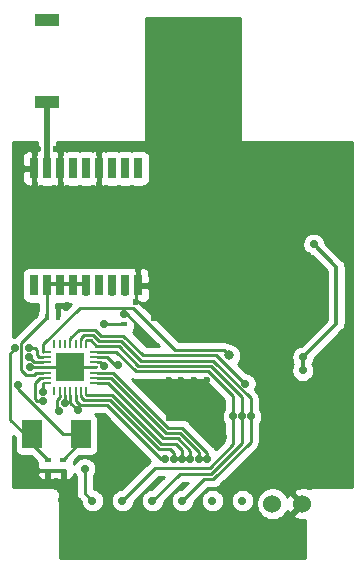
<source format=gbr>
G04 #@! TF.GenerationSoftware,KiCad,Pcbnew,(5.1.6)-1*
G04 #@! TF.CreationDate,2022-09-13T10:15:16+02:00*
G04 #@! TF.ProjectId,LoRa_Balloon,4c6f5261-5f42-4616-9c6c-6f6f6e2e6b69,2*
G04 #@! TF.SameCoordinates,Original*
G04 #@! TF.FileFunction,Copper,L2,Bot*
G04 #@! TF.FilePolarity,Positive*
%FSLAX46Y46*%
G04 Gerber Fmt 4.6, Leading zero omitted, Abs format (unit mm)*
G04 Created by KiCad (PCBNEW (5.1.6)-1) date 2022-09-13 10:15:16*
%MOMM*%
%LPD*%
G01*
G04 APERTURE LIST*
G04 #@! TA.AperFunction,ComponentPad*
%ADD10C,1.524000*%
G04 #@! TD*
G04 #@! TA.AperFunction,ComponentPad*
%ADD11C,0.600000*%
G04 #@! TD*
G04 #@! TA.AperFunction,SMDPad,CuDef*
%ADD12R,0.800000X1.800000*%
G04 #@! TD*
G04 #@! TA.AperFunction,SMDPad,CuDef*
%ADD13R,1.700000X2.400000*%
G04 #@! TD*
G04 #@! TA.AperFunction,SMDPad,CuDef*
%ADD14R,2.000000X1.000000*%
G04 #@! TD*
G04 #@! TA.AperFunction,SMDPad,CuDef*
%ADD15R,2.450000X2.450000*%
G04 #@! TD*
G04 #@! TA.AperFunction,SMDPad,CuDef*
%ADD16O,0.250000X0.800000*%
G04 #@! TD*
G04 #@! TA.AperFunction,SMDPad,CuDef*
%ADD17O,0.800000X0.250000*%
G04 #@! TD*
G04 #@! TA.AperFunction,SMDPad,CuDef*
%ADD18R,0.400000X0.600000*%
G04 #@! TD*
G04 #@! TA.AperFunction,SMDPad,CuDef*
%ADD19R,0.600000X0.400000*%
G04 #@! TD*
G04 #@! TA.AperFunction,ViaPad*
%ADD20C,0.700000*%
G04 #@! TD*
G04 #@! TA.AperFunction,ViaPad*
%ADD21C,0.800000*%
G04 #@! TD*
G04 #@! TA.AperFunction,Conductor*
%ADD22C,0.250000*%
G04 #@! TD*
G04 #@! TA.AperFunction,Conductor*
%ADD23C,0.300000*%
G04 #@! TD*
G04 #@! TA.AperFunction,Conductor*
%ADD24C,0.500000*%
G04 #@! TD*
G04 #@! TA.AperFunction,Conductor*
%ADD25C,0.254000*%
G04 #@! TD*
G04 APERTURE END LIST*
D10*
X125160000Y-142760000D03*
X122620000Y-142760000D03*
D11*
X118520000Y-137080000D03*
X105130000Y-126000000D03*
X123400000Y-134560000D03*
X111100000Y-125690000D03*
X123630000Y-118510000D03*
X121680000Y-119030000D03*
X119440000Y-119490000D03*
X119440000Y-118170000D03*
X120210000Y-116710000D03*
X119420000Y-116070000D03*
X119420000Y-115060000D03*
X116970000Y-115060000D03*
X116050000Y-115470000D03*
X115180000Y-115960000D03*
X114170000Y-115980000D03*
X113170000Y-115980000D03*
X112390000Y-116620000D03*
X112390000Y-117620000D03*
X106220000Y-131940000D03*
X104780000Y-131940000D03*
X106220000Y-130500000D03*
X104780000Y-130500000D03*
X112990000Y-112740000D03*
X101630000Y-112740000D03*
X117180000Y-109110000D03*
X117950000Y-109820000D03*
X118720000Y-110590000D03*
X119050000Y-111650000D03*
X115170000Y-109110000D03*
X115820000Y-110040000D03*
X116620000Y-110840000D03*
D12*
X111230000Y-114370000D03*
X110130000Y-114370000D03*
X109030000Y-114370000D03*
X107930000Y-114370000D03*
X106830000Y-114370000D03*
X105730000Y-114370000D03*
X104630000Y-114370000D03*
X103530000Y-114370000D03*
X102430000Y-114370000D03*
X102430000Y-124270000D03*
X103530000Y-124270000D03*
X104630000Y-124270000D03*
X105730000Y-124270000D03*
X106830000Y-124270000D03*
X107930000Y-124270000D03*
X109030000Y-124270000D03*
X110130000Y-124270000D03*
X111230000Y-124270000D03*
D11*
X111900000Y-112740000D03*
D13*
X106380000Y-136880000D03*
X102280000Y-136880000D03*
D11*
X118300000Y-104900000D03*
X119100000Y-104150000D03*
X117800000Y-102250000D03*
X117000000Y-103000000D03*
X116250000Y-103750000D03*
X115500000Y-104500000D03*
X117420000Y-111640000D03*
D14*
X103530000Y-101760000D03*
X103530000Y-108760000D03*
D15*
X105500000Y-131220000D03*
D16*
X104150000Y-133220000D03*
X104600000Y-133220000D03*
X105050000Y-133220000D03*
X105500000Y-133220000D03*
X105950000Y-133220000D03*
X106400000Y-133220000D03*
X106850000Y-129220000D03*
X106400000Y-129220000D03*
X105950000Y-129220000D03*
X105500000Y-129220000D03*
X105050000Y-129220000D03*
X104600000Y-129220000D03*
D17*
X107500000Y-132570000D03*
X107500000Y-132120000D03*
X107500000Y-131670000D03*
X107500000Y-131220000D03*
X107500000Y-130770000D03*
X107500000Y-130320000D03*
X103500000Y-129870000D03*
X103500000Y-130320000D03*
X103500000Y-130770000D03*
X103500000Y-131220000D03*
X103500000Y-131670000D03*
X103500000Y-132120000D03*
D16*
X106850000Y-133220000D03*
D17*
X107500000Y-129870000D03*
D16*
X104150000Y-129220000D03*
D17*
X103500000Y-132570000D03*
D18*
X103530000Y-126990000D03*
X104430000Y-126990000D03*
D19*
X103590000Y-139050000D03*
X103590000Y-139950000D03*
X104890000Y-139050000D03*
X104890000Y-139950000D03*
X110040000Y-127580000D03*
X110040000Y-126680000D03*
D11*
X121034200Y-130030520D03*
X121680000Y-118030000D03*
X122610000Y-118480000D03*
X122562440Y-127718200D03*
X122562440Y-126838200D03*
X121476160Y-122766280D03*
X121476160Y-121886280D03*
X123462420Y-112763220D03*
X126772040Y-112768300D03*
X125674760Y-112763220D03*
X124559700Y-112768300D03*
X127960760Y-112760680D03*
X117419360Y-112760680D03*
X115207020Y-112760680D03*
X116304300Y-112765760D03*
X119045360Y-112758140D03*
X120142640Y-112763220D03*
X121257700Y-112758140D03*
X122354980Y-112763220D03*
X102750000Y-112740000D03*
X104320000Y-112740000D03*
X105390000Y-112740000D03*
X106460000Y-112740000D03*
X107540000Y-112740000D03*
X108630000Y-112740000D03*
X109710000Y-112740000D03*
X114114820Y-112760680D03*
X110800000Y-112740000D03*
X114914470Y-135497470D03*
X113851970Y-135497470D03*
X114914470Y-133372470D03*
X113851970Y-134434970D03*
X113851970Y-133372470D03*
X114914470Y-134434970D03*
X115976970Y-133372470D03*
X115976970Y-134434970D03*
X115976970Y-135497470D03*
X117039470Y-135497470D03*
X117039470Y-134434970D03*
X117039470Y-133372470D03*
X117039470Y-132309970D03*
X115976970Y-132309970D03*
X114914470Y-132309970D03*
X113851970Y-132309970D03*
X116406320Y-128625480D03*
X117414700Y-128478160D03*
X118433240Y-128592460D03*
X119482260Y-128561980D03*
X122575980Y-128887100D03*
X124384460Y-128434980D03*
X125319180Y-128361320D03*
X125649380Y-127253880D03*
X125641760Y-126207400D03*
X125634140Y-125168540D03*
X126408840Y-124475120D03*
X126408840Y-123428640D03*
X125641760Y-122727600D03*
X125611280Y-121711600D03*
X121590460Y-120715920D03*
X118570400Y-120098700D03*
X117633140Y-119169060D03*
X119517820Y-121053740D03*
X118125900Y-121135020D03*
X116568880Y-122821580D03*
X117572180Y-123126380D03*
X117534080Y-123931560D03*
X118976800Y-123159400D03*
X120226480Y-123972200D03*
X121466000Y-124099200D03*
X122713140Y-123944260D03*
X124729900Y-121157880D03*
X123683420Y-123570880D03*
X123589440Y-124612280D03*
X123553880Y-125656220D03*
X122400720Y-125679080D03*
X121333920Y-125648600D03*
X120701460Y-126603640D03*
X119703240Y-126514740D03*
X118692320Y-126499500D03*
X117993820Y-125755280D03*
X116970200Y-125740040D03*
X115568120Y-126098180D03*
X116436800Y-126603640D03*
X115159180Y-127025280D03*
X115176960Y-125173620D03*
X115169340Y-124157620D03*
X115171880Y-123126380D03*
X115712900Y-122247540D03*
X115702740Y-121193440D03*
X115532560Y-120197760D03*
X112611560Y-127068460D03*
X113114480Y-126189620D03*
X113099240Y-125186320D03*
X112634420Y-124264300D03*
X112316920Y-123306720D03*
X112606480Y-122333900D03*
X112609020Y-121317900D03*
X112337240Y-120327300D03*
X112573460Y-119351940D03*
X113571680Y-119176680D03*
X114498780Y-118762660D03*
D20*
X125850000Y-135260000D03*
X104840000Y-142440000D03*
X110030000Y-126700000D03*
X102090000Y-131170000D03*
X107940000Y-113920000D03*
X104600000Y-113910000D03*
X102430000Y-113930000D03*
X111240000Y-128170000D03*
X106830000Y-124820000D03*
X125180000Y-130340000D03*
X125180000Y-131470000D03*
X109573720Y-130997140D03*
X126110000Y-120800000D03*
D21*
X118956281Y-130203719D03*
D20*
X117540000Y-142500000D03*
X105020000Y-134260000D03*
X120080000Y-142500000D03*
X104580000Y-134890000D03*
X107380000Y-142500000D03*
X106710000Y-139800000D03*
X113530000Y-138930000D03*
X114240000Y-138930000D03*
X114950000Y-138930000D03*
X115660000Y-138930000D03*
X116380000Y-138930000D03*
X117090000Y-138940000D03*
X109920000Y-142500000D03*
X119290000Y-135340000D03*
X112460000Y-142500000D03*
X120030000Y-135340000D03*
X115000000Y-142500000D03*
X120770000Y-135340000D03*
X120290000Y-132600000D03*
X102040000Y-130360000D03*
X101080000Y-132700000D03*
X102040000Y-129600000D03*
X100850000Y-129600000D03*
X106140000Y-134860000D03*
X108390000Y-131110000D03*
X108390000Y-127580000D03*
X110130000Y-124820000D03*
X103200000Y-134030000D03*
X109030000Y-124820000D03*
X103200000Y-133280000D03*
D22*
X105500000Y-131220000D02*
X107714999Y-131220000D01*
X103200000Y-131220000D02*
X105500000Y-131220000D01*
X102140000Y-131220000D02*
X102090000Y-131170000D01*
X103200000Y-131220000D02*
X102140000Y-131220000D01*
X111100000Y-124300000D02*
X111230000Y-124170000D01*
X111100000Y-125690000D02*
X111100000Y-124300000D01*
X110264974Y-126700000D02*
X110030000Y-126700000D01*
X111240000Y-127675026D02*
X110264974Y-126700000D01*
X111240000Y-128170000D02*
X111240000Y-127675026D01*
D23*
X125180000Y-131470000D02*
X125180000Y-130340000D01*
X106830000Y-124170000D02*
X105730000Y-124170000D01*
X105730000Y-124170000D02*
X104630000Y-124170000D01*
X104630000Y-124170000D02*
X103530000Y-124170000D01*
X126110000Y-120800000D02*
X128020000Y-122710000D01*
X128020000Y-127500000D02*
X125180000Y-130340000D01*
X128020000Y-122710000D02*
X128020000Y-127500000D01*
D22*
X109573720Y-130997140D02*
X109276142Y-130997140D01*
X108599002Y-130320000D02*
X107800000Y-130320000D01*
X109276142Y-130997140D02*
X108599002Y-130320000D01*
X103530000Y-126990000D02*
X103530000Y-124170000D01*
X101364999Y-129155001D02*
X103530000Y-126990000D01*
X103200000Y-131670000D02*
X102589002Y-131670000D01*
X102414001Y-131845001D02*
X101765999Y-131845001D01*
X101765999Y-131845001D02*
X101364999Y-131444001D01*
X102589002Y-131670000D02*
X102414001Y-131845001D01*
X101364999Y-131444001D02*
X101364999Y-129155001D01*
X118492522Y-129739960D02*
X118956281Y-130203719D01*
X103200000Y-129258590D02*
X106303591Y-126154999D01*
X103200000Y-129870000D02*
X103200000Y-129258590D01*
X110773097Y-126154999D02*
X114358058Y-129739960D01*
X106303591Y-126154999D02*
X110773097Y-126154999D01*
X114358058Y-129739960D02*
X118492522Y-129739960D01*
X105020000Y-134260000D02*
X105020000Y-134080000D01*
X105049980Y-134050020D02*
X105049980Y-133520000D01*
X105020000Y-134080000D02*
X105049980Y-134050020D01*
X104599970Y-133681440D02*
X104599970Y-133520000D01*
X104599970Y-133681440D02*
X104336400Y-133945010D01*
X104344999Y-134654999D02*
X104580000Y-134890000D01*
X104344999Y-134374999D02*
X104344999Y-134654999D01*
X104336400Y-134366400D02*
X104344999Y-134374999D01*
X104336400Y-133945010D02*
X104336400Y-134366400D01*
X106710000Y-141830000D02*
X107380000Y-142500000D01*
X106710000Y-139800000D02*
X106710000Y-141830000D01*
X113160000Y-138930000D02*
X108650020Y-134420020D01*
X113530000Y-138930000D02*
X113160000Y-138930000D01*
X105950000Y-134026410D02*
X105950000Y-133520000D01*
X106343610Y-134420020D02*
X105950000Y-134026410D01*
X108650020Y-134420020D02*
X106343610Y-134420020D01*
X114220000Y-138930000D02*
X114205001Y-138915001D01*
X114240000Y-138930000D02*
X114220000Y-138930000D01*
X114240000Y-138435026D02*
X114240000Y-138930000D01*
X113935010Y-138130036D02*
X114240000Y-138435026D01*
X113013898Y-138130036D02*
X113935010Y-138130036D01*
X106663600Y-133970010D02*
X108853870Y-133970010D01*
X108853870Y-133970010D02*
X113013898Y-138130036D01*
X106400000Y-133706410D02*
X106663600Y-133970010D01*
X106400000Y-133520000D02*
X106400000Y-133706410D01*
X114950000Y-138930000D02*
X114950000Y-138214256D01*
X114950000Y-138214256D02*
X114415772Y-137680028D01*
X114415772Y-137680028D02*
X113200297Y-137680027D01*
X113200297Y-137680027D02*
X109035135Y-133514866D01*
X109030001Y-133520000D02*
X106850000Y-133520000D01*
X109035135Y-133514866D02*
X109030001Y-133520000D01*
X108726678Y-132570000D02*
X113386698Y-137230018D01*
X107800000Y-132570000D02*
X108726678Y-132570000D01*
X113386698Y-137230018D02*
X114602172Y-137230018D01*
X115660000Y-138287846D02*
X115660000Y-138930000D01*
X114602172Y-137230018D02*
X115660000Y-138287846D01*
X116380000Y-138930000D02*
X116380000Y-138371436D01*
X114788574Y-136780010D02*
X113573097Y-136780009D01*
X116380000Y-138371436D02*
X114788574Y-136780010D01*
X108913088Y-132120000D02*
X107800000Y-132120000D01*
X113573097Y-136780009D02*
X108913088Y-132120000D01*
X109099498Y-131670000D02*
X113759498Y-136330000D01*
X107800000Y-131670000D02*
X109099498Y-131670000D01*
X117090000Y-138445026D02*
X117090000Y-138940000D01*
X114974974Y-136330000D02*
X117090000Y-138445026D01*
X113759498Y-136330000D02*
X114974974Y-136330000D01*
X119290000Y-137739002D02*
X117299002Y-139730000D01*
X119290000Y-135340000D02*
X119290000Y-137739002D01*
X112690000Y-139730000D02*
X109920000Y-142500000D01*
X117299002Y-139730000D02*
X112690000Y-139730000D01*
X107800009Y-129869991D02*
X109409991Y-129869991D01*
X107800000Y-129870000D02*
X107800009Y-129869991D01*
X109409991Y-129869991D02*
X111080000Y-131540000D01*
X119290000Y-133635498D02*
X119290000Y-135340000D01*
X117194502Y-131540000D02*
X119290000Y-133635498D01*
X111080000Y-131540000D02*
X117194502Y-131540000D01*
X120030000Y-137635412D02*
X117455412Y-140210000D01*
X120030000Y-135340000D02*
X120030000Y-137635412D01*
X114750000Y-140210000D02*
X112460000Y-142500000D01*
X117455412Y-140210000D02*
X114750000Y-140210000D01*
X107220000Y-128920000D02*
X107719981Y-129419981D01*
X106850000Y-128920000D02*
X107220000Y-128920000D01*
X107719981Y-129419981D02*
X109596392Y-129419982D01*
X111266400Y-131089990D02*
X117380902Y-131089990D01*
X109596392Y-129419982D02*
X111266400Y-131089990D01*
X120030000Y-133739088D02*
X120030000Y-135340000D01*
X117380902Y-131089990D02*
X120030000Y-133739088D01*
X120770000Y-137531822D02*
X117611822Y-140690000D01*
X120770000Y-135340000D02*
X120770000Y-137531822D01*
X116810000Y-140690000D02*
X115000000Y-142500000D01*
X117611822Y-140690000D02*
X116810000Y-140690000D01*
X120770000Y-135340000D02*
X120770000Y-133842678D01*
X120770000Y-133842678D02*
X117567302Y-130639980D01*
X111452800Y-130639980D02*
X109782791Y-128969973D01*
X117567302Y-130639980D02*
X111452800Y-130639980D01*
X106660010Y-128469990D02*
X106400000Y-128730000D01*
X106400000Y-128730000D02*
X106400000Y-128920000D01*
X107406400Y-128469990D02*
X106660010Y-128469990D01*
X107906383Y-128969973D02*
X107406400Y-128469990D01*
X109782791Y-128969973D02*
X107906383Y-128969973D01*
X105499990Y-128919990D02*
X105500000Y-128920000D01*
X107592800Y-128019980D02*
X106238608Y-128019982D01*
X120290000Y-132600000D02*
X117879970Y-130189970D01*
X117879970Y-130189970D02*
X111639198Y-130189970D01*
X111639198Y-130189970D02*
X109969191Y-128519963D01*
X106238608Y-128019982D02*
X105499990Y-128758600D01*
X109969191Y-128519963D02*
X108092783Y-128519963D01*
X105499990Y-128758600D02*
X105499990Y-128919990D01*
X108092783Y-128519963D02*
X107592800Y-128019980D01*
X102450000Y-130770000D02*
X102040000Y-130360000D01*
X103200000Y-130770000D02*
X102450000Y-130770000D01*
X104918616Y-136880000D02*
X107030000Y-136880000D01*
X101080000Y-133041384D02*
X104918616Y-136880000D01*
X101080000Y-132700000D02*
X101080000Y-133041384D01*
X104890000Y-139020000D02*
X107030000Y-136880000D01*
X104890000Y-139050000D02*
X104890000Y-139020000D01*
X101630000Y-137090000D02*
X103590000Y-139050000D01*
X101630000Y-136880000D02*
X101630000Y-137090000D01*
X102040000Y-129600000D02*
X102040000Y-129640000D01*
X102040000Y-129640000D02*
X102084999Y-129684999D01*
X102534974Y-129600000D02*
X102040000Y-129600000D01*
X102715001Y-130165001D02*
X102715001Y-129780027D01*
X102715001Y-129780027D02*
X102534974Y-129600000D01*
X102870000Y-130320000D02*
X102715001Y-130165001D01*
X103200000Y-130320000D02*
X102870000Y-130320000D01*
X100404999Y-135654999D02*
X101630000Y-136880000D01*
X100850000Y-129600000D02*
X100404999Y-130045001D01*
X100404999Y-130045001D02*
X100404999Y-135654999D01*
X105499990Y-134219990D02*
X105499990Y-133520000D01*
X106140000Y-134860000D02*
X105499990Y-134219990D01*
X108050000Y-130770000D02*
X108390000Y-131110000D01*
X107800000Y-130770000D02*
X108050000Y-130770000D01*
X108390000Y-127580000D02*
X110040000Y-127580000D01*
D24*
X103530000Y-114470000D02*
X103530000Y-108760000D01*
D22*
X103200000Y-132120000D02*
X102910000Y-132120000D01*
X102524999Y-132505001D02*
X102524999Y-133849973D01*
X102705026Y-134030000D02*
X103200000Y-134030000D01*
X102524999Y-133849973D02*
X102705026Y-134030000D01*
X102910000Y-132120000D02*
X102524999Y-132505001D01*
X103200000Y-132570000D02*
X103200000Y-133280000D01*
D25*
G36*
X119873000Y-112000000D02*
G01*
X119875440Y-112024776D01*
X119882667Y-112048601D01*
X119894403Y-112070557D01*
X119910197Y-112089803D01*
X119929443Y-112105597D01*
X119951399Y-112117333D01*
X119975224Y-112124560D01*
X120000000Y-112127000D01*
X129340000Y-112127000D01*
X129340001Y-141340000D01*
X126082419Y-141340000D01*
X126050000Y-141336807D01*
X126017581Y-141340000D01*
X125920617Y-141349550D01*
X125796207Y-141387290D01*
X125681550Y-141448575D01*
X125671532Y-141456796D01*
X125629952Y-141437244D01*
X125362865Y-141370977D01*
X125087983Y-141358090D01*
X124815867Y-141399078D01*
X124556977Y-141492364D01*
X124441020Y-141554344D01*
X124374040Y-141794435D01*
X125160000Y-142580395D01*
X125174143Y-142566253D01*
X125353748Y-142745858D01*
X125339605Y-142760000D01*
X125353748Y-142774143D01*
X125174143Y-142953748D01*
X125160000Y-142939605D01*
X124374040Y-143725565D01*
X124441020Y-143965656D01*
X124690048Y-144082756D01*
X124957135Y-144149023D01*
X125232017Y-144161910D01*
X125390001Y-144138113D01*
X125390000Y-147340000D01*
X104610000Y-147340000D01*
X104610000Y-142032419D01*
X104613193Y-142000000D01*
X104600450Y-141870617D01*
X104562710Y-141746207D01*
X104501425Y-141631550D01*
X104418948Y-141531052D01*
X104318450Y-141448575D01*
X104203793Y-141387290D01*
X104079383Y-141349550D01*
X103982419Y-141340000D01*
X103950000Y-141336807D01*
X103917581Y-141340000D01*
X100660000Y-141340000D01*
X100660000Y-140181750D01*
X102655000Y-140181750D01*
X102667594Y-140290524D01*
X102706968Y-140409249D01*
X102768748Y-140518012D01*
X102850559Y-140612631D01*
X102949258Y-140689473D01*
X103061051Y-140745582D01*
X103181643Y-140778804D01*
X103304250Y-140785000D01*
X103463000Y-140626250D01*
X103463000Y-140023000D01*
X103717000Y-140023000D01*
X103717000Y-140626250D01*
X103875750Y-140785000D01*
X103998357Y-140778804D01*
X104118949Y-140745582D01*
X104230742Y-140689473D01*
X104240000Y-140682265D01*
X104249258Y-140689473D01*
X104361051Y-140745582D01*
X104481643Y-140778804D01*
X104604250Y-140785000D01*
X104763000Y-140626250D01*
X104763000Y-140023000D01*
X103717000Y-140023000D01*
X103463000Y-140023000D01*
X102813750Y-140023000D01*
X102655000Y-140181750D01*
X100660000Y-140181750D01*
X100660000Y-136984802D01*
X100791928Y-137116730D01*
X100791928Y-138080000D01*
X100804188Y-138204482D01*
X100840498Y-138324180D01*
X100899463Y-138434494D01*
X100978815Y-138531185D01*
X101075506Y-138610537D01*
X101185820Y-138669502D01*
X101305518Y-138705812D01*
X101430000Y-138718072D01*
X102183270Y-138718072D01*
X102651928Y-139186730D01*
X102651928Y-139250000D01*
X102664188Y-139374482D01*
X102700498Y-139494180D01*
X102703789Y-139500337D01*
X102667594Y-139609476D01*
X102655000Y-139718250D01*
X102813750Y-139877000D01*
X103177580Y-139877000D01*
X103290000Y-139888072D01*
X103890000Y-139888072D01*
X104002420Y-139877000D01*
X104477580Y-139877000D01*
X104590000Y-139888072D01*
X105037000Y-139888072D01*
X105037000Y-140023000D01*
X105017000Y-140023000D01*
X105017000Y-140626250D01*
X105175750Y-140785000D01*
X105298357Y-140778804D01*
X105418949Y-140745582D01*
X105530742Y-140689473D01*
X105629441Y-140612631D01*
X105711252Y-140518012D01*
X105773032Y-140409249D01*
X105812406Y-140290524D01*
X105819969Y-140225204D01*
X105837104Y-140266572D01*
X105944901Y-140427901D01*
X105950000Y-140433000D01*
X105950001Y-141792668D01*
X105946324Y-141830000D01*
X105950001Y-141867333D01*
X105960998Y-141978986D01*
X105974180Y-142022442D01*
X106004454Y-142122246D01*
X106075026Y-142254276D01*
X106104384Y-142290048D01*
X106170000Y-142370001D01*
X106198998Y-142393799D01*
X106395000Y-142589801D01*
X106395000Y-142597014D01*
X106432853Y-142787314D01*
X106507104Y-142966572D01*
X106614901Y-143127901D01*
X106752099Y-143265099D01*
X106913428Y-143372896D01*
X107092686Y-143447147D01*
X107282986Y-143485000D01*
X107477014Y-143485000D01*
X107667314Y-143447147D01*
X107846572Y-143372896D01*
X108007901Y-143265099D01*
X108145099Y-143127901D01*
X108252896Y-142966572D01*
X108327147Y-142787314D01*
X108365000Y-142597014D01*
X108365000Y-142402986D01*
X108327147Y-142212686D01*
X108252896Y-142033428D01*
X108145099Y-141872099D01*
X108007901Y-141734901D01*
X107846572Y-141627104D01*
X107667314Y-141552853D01*
X107477014Y-141515000D01*
X107470000Y-141515000D01*
X107470000Y-140433000D01*
X107475099Y-140427901D01*
X107582896Y-140266572D01*
X107657147Y-140087314D01*
X107695000Y-139897014D01*
X107695000Y-139702986D01*
X107657147Y-139512686D01*
X107582896Y-139333428D01*
X107475099Y-139172099D01*
X107337901Y-139034901D01*
X107176572Y-138927104D01*
X106997314Y-138852853D01*
X106807014Y-138815000D01*
X106612986Y-138815000D01*
X106422686Y-138852853D01*
X106243428Y-138927104D01*
X106082099Y-139034901D01*
X105944901Y-139172099D01*
X105837104Y-139333428D01*
X105804082Y-139413149D01*
X105815812Y-139374482D01*
X105828072Y-139250000D01*
X105828072Y-139156729D01*
X106266729Y-138718072D01*
X107230000Y-138718072D01*
X107354482Y-138705812D01*
X107474180Y-138669502D01*
X107584494Y-138610537D01*
X107681185Y-138531185D01*
X107760537Y-138434494D01*
X107819502Y-138324180D01*
X107855812Y-138204482D01*
X107868072Y-138080000D01*
X107868072Y-135680000D01*
X107855812Y-135555518D01*
X107819502Y-135435820D01*
X107760537Y-135325506D01*
X107681185Y-135228815D01*
X107621728Y-135180020D01*
X108335219Y-135180020D01*
X112257211Y-139102013D01*
X112149999Y-139189999D01*
X112126201Y-139218997D01*
X109830199Y-141515000D01*
X109822986Y-141515000D01*
X109632686Y-141552853D01*
X109453428Y-141627104D01*
X109292099Y-141734901D01*
X109154901Y-141872099D01*
X109047104Y-142033428D01*
X108972853Y-142212686D01*
X108935000Y-142402986D01*
X108935000Y-142597014D01*
X108972853Y-142787314D01*
X109047104Y-142966572D01*
X109154901Y-143127901D01*
X109292099Y-143265099D01*
X109453428Y-143372896D01*
X109632686Y-143447147D01*
X109822986Y-143485000D01*
X110017014Y-143485000D01*
X110207314Y-143447147D01*
X110386572Y-143372896D01*
X110547901Y-143265099D01*
X110685099Y-143127901D01*
X110792896Y-142966572D01*
X110867147Y-142787314D01*
X110905000Y-142597014D01*
X110905000Y-142589801D01*
X113004802Y-140490000D01*
X113395198Y-140490000D01*
X112370199Y-141515000D01*
X112362986Y-141515000D01*
X112172686Y-141552853D01*
X111993428Y-141627104D01*
X111832099Y-141734901D01*
X111694901Y-141872099D01*
X111587104Y-142033428D01*
X111512853Y-142212686D01*
X111475000Y-142402986D01*
X111475000Y-142597014D01*
X111512853Y-142787314D01*
X111587104Y-142966572D01*
X111694901Y-143127901D01*
X111832099Y-143265099D01*
X111993428Y-143372896D01*
X112172686Y-143447147D01*
X112362986Y-143485000D01*
X112557014Y-143485000D01*
X112747314Y-143447147D01*
X112926572Y-143372896D01*
X113087901Y-143265099D01*
X113225099Y-143127901D01*
X113332896Y-142966572D01*
X113407147Y-142787314D01*
X113445000Y-142597014D01*
X113445000Y-142589801D01*
X115064802Y-140970000D01*
X115455198Y-140970000D01*
X114910199Y-141515000D01*
X114902986Y-141515000D01*
X114712686Y-141552853D01*
X114533428Y-141627104D01*
X114372099Y-141734901D01*
X114234901Y-141872099D01*
X114127104Y-142033428D01*
X114052853Y-142212686D01*
X114015000Y-142402986D01*
X114015000Y-142597014D01*
X114052853Y-142787314D01*
X114127104Y-142966572D01*
X114234901Y-143127901D01*
X114372099Y-143265099D01*
X114533428Y-143372896D01*
X114712686Y-143447147D01*
X114902986Y-143485000D01*
X115097014Y-143485000D01*
X115287314Y-143447147D01*
X115466572Y-143372896D01*
X115627901Y-143265099D01*
X115765099Y-143127901D01*
X115872896Y-142966572D01*
X115947147Y-142787314D01*
X115985000Y-142597014D01*
X115985000Y-142589801D01*
X116171815Y-142402986D01*
X116555000Y-142402986D01*
X116555000Y-142597014D01*
X116592853Y-142787314D01*
X116667104Y-142966572D01*
X116774901Y-143127901D01*
X116912099Y-143265099D01*
X117073428Y-143372896D01*
X117252686Y-143447147D01*
X117442986Y-143485000D01*
X117637014Y-143485000D01*
X117827314Y-143447147D01*
X118006572Y-143372896D01*
X118167901Y-143265099D01*
X118305099Y-143127901D01*
X118412896Y-142966572D01*
X118487147Y-142787314D01*
X118525000Y-142597014D01*
X118525000Y-142402986D01*
X119095000Y-142402986D01*
X119095000Y-142597014D01*
X119132853Y-142787314D01*
X119207104Y-142966572D01*
X119314901Y-143127901D01*
X119452099Y-143265099D01*
X119613428Y-143372896D01*
X119792686Y-143447147D01*
X119982986Y-143485000D01*
X120177014Y-143485000D01*
X120367314Y-143447147D01*
X120546572Y-143372896D01*
X120707901Y-143265099D01*
X120845099Y-143127901D01*
X120952896Y-142966572D01*
X121027147Y-142787314D01*
X121059948Y-142622408D01*
X121223000Y-142622408D01*
X121223000Y-142897592D01*
X121276686Y-143167490D01*
X121381995Y-143421727D01*
X121534880Y-143650535D01*
X121729465Y-143845120D01*
X121958273Y-143998005D01*
X122212510Y-144103314D01*
X122482408Y-144157000D01*
X122757592Y-144157000D01*
X123027490Y-144103314D01*
X123281727Y-143998005D01*
X123510535Y-143845120D01*
X123705120Y-143650535D01*
X123858005Y-143421727D01*
X123887692Y-143350057D01*
X123892364Y-143363023D01*
X123954344Y-143478980D01*
X124194435Y-143545960D01*
X124980395Y-142760000D01*
X124194435Y-141974040D01*
X123954344Y-142041020D01*
X123890515Y-142176760D01*
X123858005Y-142098273D01*
X123705120Y-141869465D01*
X123510535Y-141674880D01*
X123281727Y-141521995D01*
X123027490Y-141416686D01*
X122757592Y-141363000D01*
X122482408Y-141363000D01*
X122212510Y-141416686D01*
X121958273Y-141521995D01*
X121729465Y-141674880D01*
X121534880Y-141869465D01*
X121381995Y-142098273D01*
X121276686Y-142352510D01*
X121223000Y-142622408D01*
X121059948Y-142622408D01*
X121065000Y-142597014D01*
X121065000Y-142402986D01*
X121027147Y-142212686D01*
X120952896Y-142033428D01*
X120845099Y-141872099D01*
X120707901Y-141734901D01*
X120546572Y-141627104D01*
X120367314Y-141552853D01*
X120177014Y-141515000D01*
X119982986Y-141515000D01*
X119792686Y-141552853D01*
X119613428Y-141627104D01*
X119452099Y-141734901D01*
X119314901Y-141872099D01*
X119207104Y-142033428D01*
X119132853Y-142212686D01*
X119095000Y-142402986D01*
X118525000Y-142402986D01*
X118487147Y-142212686D01*
X118412896Y-142033428D01*
X118305099Y-141872099D01*
X118167901Y-141734901D01*
X118006572Y-141627104D01*
X117827314Y-141552853D01*
X117637014Y-141515000D01*
X117442986Y-141515000D01*
X117252686Y-141552853D01*
X117073428Y-141627104D01*
X116912099Y-141734901D01*
X116774901Y-141872099D01*
X116667104Y-142033428D01*
X116592853Y-142212686D01*
X116555000Y-142402986D01*
X116171815Y-142402986D01*
X117124802Y-141450000D01*
X117574500Y-141450000D01*
X117611822Y-141453676D01*
X117649144Y-141450000D01*
X117649155Y-141450000D01*
X117760808Y-141439003D01*
X117904069Y-141395546D01*
X118036098Y-141324974D01*
X118151823Y-141230001D01*
X118175626Y-141200997D01*
X121281003Y-138095621D01*
X121310001Y-138071823D01*
X121404974Y-137956098D01*
X121475546Y-137824069D01*
X121519003Y-137680808D01*
X121530000Y-137569155D01*
X121530000Y-137569146D01*
X121533676Y-137531823D01*
X121530000Y-137494500D01*
X121530000Y-135973000D01*
X121535099Y-135967901D01*
X121642896Y-135806572D01*
X121717147Y-135627314D01*
X121755000Y-135437014D01*
X121755000Y-135242986D01*
X121717147Y-135052686D01*
X121642896Y-134873428D01*
X121535099Y-134712099D01*
X121530000Y-134707000D01*
X121530000Y-133880001D01*
X121533676Y-133842678D01*
X121530000Y-133805355D01*
X121530000Y-133805345D01*
X121519003Y-133693692D01*
X121475546Y-133550431D01*
X121469970Y-133539999D01*
X121404974Y-133418401D01*
X121333799Y-133331675D01*
X121310001Y-133302677D01*
X121281003Y-133278879D01*
X121125165Y-133123041D01*
X121162896Y-133066572D01*
X121237147Y-132887314D01*
X121275000Y-132697014D01*
X121275000Y-132502986D01*
X121237147Y-132312686D01*
X121162896Y-132133428D01*
X121055099Y-131972099D01*
X120917901Y-131834901D01*
X120756572Y-131727104D01*
X120577314Y-131652853D01*
X120387014Y-131615000D01*
X120379802Y-131615000D01*
X119694256Y-130929455D01*
X119760218Y-130863493D01*
X119873486Y-130693975D01*
X119951507Y-130505617D01*
X119991281Y-130305658D01*
X119991281Y-130242986D01*
X124195000Y-130242986D01*
X124195000Y-130437014D01*
X124232853Y-130627314D01*
X124307104Y-130806572D01*
X124372872Y-130905000D01*
X124307104Y-131003428D01*
X124232853Y-131182686D01*
X124195000Y-131372986D01*
X124195000Y-131567014D01*
X124232853Y-131757314D01*
X124307104Y-131936572D01*
X124414901Y-132097901D01*
X124552099Y-132235099D01*
X124713428Y-132342896D01*
X124892686Y-132417147D01*
X125082986Y-132455000D01*
X125277014Y-132455000D01*
X125467314Y-132417147D01*
X125646572Y-132342896D01*
X125807901Y-132235099D01*
X125945099Y-132097901D01*
X126052896Y-131936572D01*
X126127147Y-131757314D01*
X126165000Y-131567014D01*
X126165000Y-131372986D01*
X126127147Y-131182686D01*
X126052896Y-131003428D01*
X125987128Y-130905000D01*
X126052896Y-130806572D01*
X126127147Y-130627314D01*
X126158012Y-130472145D01*
X128547810Y-128082347D01*
X128577764Y-128057764D01*
X128675862Y-127938233D01*
X128748754Y-127801860D01*
X128758127Y-127770961D01*
X128793642Y-127653887D01*
X128801020Y-127578974D01*
X128805000Y-127538561D01*
X128805000Y-127538556D01*
X128808797Y-127500000D01*
X128805000Y-127461444D01*
X128805000Y-122748556D01*
X128808797Y-122710000D01*
X128805000Y-122671440D01*
X128805000Y-122671439D01*
X128801020Y-122631026D01*
X128793642Y-122556113D01*
X128748754Y-122408140D01*
X128675862Y-122271767D01*
X128577764Y-122152236D01*
X128547817Y-122127659D01*
X127088012Y-120667855D01*
X127057147Y-120512686D01*
X126982896Y-120333428D01*
X126875099Y-120172099D01*
X126737901Y-120034901D01*
X126576572Y-119927104D01*
X126397314Y-119852853D01*
X126207014Y-119815000D01*
X126012986Y-119815000D01*
X125822686Y-119852853D01*
X125643428Y-119927104D01*
X125482099Y-120034901D01*
X125344901Y-120172099D01*
X125237104Y-120333428D01*
X125162853Y-120512686D01*
X125125000Y-120702986D01*
X125125000Y-120897014D01*
X125162853Y-121087314D01*
X125237104Y-121266572D01*
X125344901Y-121427901D01*
X125482099Y-121565099D01*
X125643428Y-121672896D01*
X125822686Y-121747147D01*
X125977855Y-121778012D01*
X127235000Y-123035158D01*
X127235001Y-127174842D01*
X125047855Y-129361988D01*
X124892686Y-129392853D01*
X124713428Y-129467104D01*
X124552099Y-129574901D01*
X124414901Y-129712099D01*
X124307104Y-129873428D01*
X124232853Y-130052686D01*
X124195000Y-130242986D01*
X119991281Y-130242986D01*
X119991281Y-130101780D01*
X119951507Y-129901821D01*
X119873486Y-129713463D01*
X119760218Y-129543945D01*
X119616055Y-129399782D01*
X119446537Y-129286514D01*
X119258179Y-129208493D01*
X119058220Y-129168719D01*
X118994457Y-129168719D01*
X118916798Y-129104986D01*
X118784769Y-129034414D01*
X118641508Y-128990957D01*
X118529855Y-128979960D01*
X118529844Y-128979960D01*
X118492522Y-128976284D01*
X118455200Y-128979960D01*
X114672861Y-128979960D01*
X111357002Y-125664103D01*
X111357002Y-125646252D01*
X111515750Y-125805000D01*
X111630000Y-125808072D01*
X111754482Y-125795812D01*
X111874180Y-125759502D01*
X111984494Y-125700537D01*
X112081185Y-125621185D01*
X112160537Y-125524494D01*
X112219502Y-125414180D01*
X112255812Y-125294482D01*
X112268072Y-125170000D01*
X112265000Y-124555750D01*
X112106250Y-124397000D01*
X111357000Y-124397000D01*
X111357000Y-124417000D01*
X111168072Y-124417000D01*
X111168072Y-123370000D01*
X111155812Y-123245518D01*
X111119502Y-123125820D01*
X111103000Y-123094947D01*
X111103000Y-122893750D01*
X111357000Y-122893750D01*
X111357000Y-124143000D01*
X112106250Y-124143000D01*
X112265000Y-123984250D01*
X112268072Y-123370000D01*
X112255812Y-123245518D01*
X112219502Y-123125820D01*
X112160537Y-123015506D01*
X112081185Y-122918815D01*
X111984494Y-122839463D01*
X111874180Y-122780498D01*
X111754482Y-122744188D01*
X111630000Y-122731928D01*
X111515750Y-122735000D01*
X111357000Y-122893750D01*
X111103000Y-122893750D01*
X110944250Y-122735000D01*
X110830000Y-122731928D01*
X110705518Y-122744188D01*
X110680000Y-122751929D01*
X110654482Y-122744188D01*
X110530000Y-122731928D01*
X109730000Y-122731928D01*
X109605518Y-122744188D01*
X109580000Y-122751929D01*
X109554482Y-122744188D01*
X109430000Y-122731928D01*
X108630000Y-122731928D01*
X108505518Y-122744188D01*
X108480000Y-122751929D01*
X108454482Y-122744188D01*
X108330000Y-122731928D01*
X107530000Y-122731928D01*
X107405518Y-122744188D01*
X107380000Y-122751929D01*
X107354482Y-122744188D01*
X107230000Y-122731928D01*
X106430000Y-122731928D01*
X106305518Y-122744188D01*
X106280000Y-122751929D01*
X106254482Y-122744188D01*
X106130000Y-122731928D01*
X105330000Y-122731928D01*
X105205518Y-122744188D01*
X105180000Y-122751929D01*
X105154482Y-122744188D01*
X105030000Y-122731928D01*
X104230000Y-122731928D01*
X104105518Y-122744188D01*
X104080000Y-122751929D01*
X104054482Y-122744188D01*
X103930000Y-122731928D01*
X103130000Y-122731928D01*
X103005518Y-122744188D01*
X102980000Y-122751929D01*
X102954482Y-122744188D01*
X102830000Y-122731928D01*
X102030000Y-122731928D01*
X101905518Y-122744188D01*
X101785820Y-122780498D01*
X101675506Y-122839463D01*
X101578815Y-122918815D01*
X101499463Y-123015506D01*
X101440498Y-123125820D01*
X101404188Y-123245518D01*
X101391928Y-123370000D01*
X101391928Y-125170000D01*
X101404188Y-125294482D01*
X101440498Y-125414180D01*
X101499463Y-125524494D01*
X101578815Y-125621185D01*
X101675506Y-125700537D01*
X101785820Y-125759502D01*
X101905518Y-125795812D01*
X102030000Y-125808072D01*
X102770000Y-125808072D01*
X102770000Y-126390626D01*
X102740498Y-126445820D01*
X102704188Y-126565518D01*
X102691928Y-126690000D01*
X102691928Y-126753270D01*
X100853997Y-128591202D01*
X100824999Y-128615000D01*
X100752986Y-128615000D01*
X100660000Y-128633496D01*
X100660000Y-115270000D01*
X101391928Y-115270000D01*
X101404188Y-115394482D01*
X101440498Y-115514180D01*
X101499463Y-115624494D01*
X101578815Y-115721185D01*
X101675506Y-115800537D01*
X101785820Y-115859502D01*
X101905518Y-115895812D01*
X102030000Y-115908072D01*
X102144250Y-115905000D01*
X102303000Y-115746250D01*
X102303000Y-114497000D01*
X101553750Y-114497000D01*
X101395000Y-114655750D01*
X101391928Y-115270000D01*
X100660000Y-115270000D01*
X100660000Y-113470000D01*
X101391928Y-113470000D01*
X101395000Y-114084250D01*
X101553750Y-114243000D01*
X102303000Y-114243000D01*
X102303000Y-112993750D01*
X102144250Y-112835000D01*
X102030000Y-112831928D01*
X101905518Y-112844188D01*
X101785820Y-112880498D01*
X101675506Y-112939463D01*
X101578815Y-113018815D01*
X101499463Y-113115506D01*
X101440498Y-113225820D01*
X101404188Y-113345518D01*
X101391928Y-113470000D01*
X100660000Y-113470000D01*
X100660000Y-112127000D01*
X102645000Y-112127000D01*
X102645000Y-112905750D01*
X102557000Y-112993750D01*
X102557000Y-113194947D01*
X102540498Y-113225820D01*
X102504188Y-113345518D01*
X102491928Y-113470000D01*
X102491928Y-115270000D01*
X102504188Y-115394482D01*
X102540498Y-115514180D01*
X102557000Y-115545053D01*
X102557000Y-115746250D01*
X102715750Y-115905000D01*
X102830000Y-115908072D01*
X102954482Y-115895812D01*
X102980000Y-115888071D01*
X103005518Y-115895812D01*
X103130000Y-115908072D01*
X103930000Y-115908072D01*
X104054482Y-115895812D01*
X104080000Y-115888071D01*
X104105518Y-115895812D01*
X104230000Y-115908072D01*
X104344250Y-115905000D01*
X104503000Y-115746250D01*
X104503000Y-115545053D01*
X104519502Y-115514180D01*
X104555812Y-115394482D01*
X104568072Y-115270000D01*
X104568072Y-113470000D01*
X104691928Y-113470000D01*
X104691928Y-115270000D01*
X104704188Y-115394482D01*
X104740498Y-115514180D01*
X104757000Y-115545053D01*
X104757000Y-115746250D01*
X104915750Y-115905000D01*
X105030000Y-115908072D01*
X105154482Y-115895812D01*
X105180000Y-115888071D01*
X105205518Y-115895812D01*
X105330000Y-115908072D01*
X106130000Y-115908072D01*
X106254482Y-115895812D01*
X106280000Y-115888071D01*
X106305518Y-115895812D01*
X106430000Y-115908072D01*
X107230000Y-115908072D01*
X107354482Y-115895812D01*
X107380000Y-115888071D01*
X107405518Y-115895812D01*
X107530000Y-115908072D01*
X107644250Y-115905000D01*
X107803000Y-115746250D01*
X107803000Y-115545053D01*
X107819502Y-115514180D01*
X107855812Y-115394482D01*
X107868072Y-115270000D01*
X107868072Y-113470000D01*
X107991928Y-113470000D01*
X107991928Y-115270000D01*
X108004188Y-115394482D01*
X108040498Y-115514180D01*
X108057000Y-115545053D01*
X108057000Y-115746250D01*
X108215750Y-115905000D01*
X108330000Y-115908072D01*
X108454482Y-115895812D01*
X108480000Y-115888071D01*
X108505518Y-115895812D01*
X108630000Y-115908072D01*
X109430000Y-115908072D01*
X109554482Y-115895812D01*
X109580000Y-115888071D01*
X109605518Y-115895812D01*
X109730000Y-115908072D01*
X110530000Y-115908072D01*
X110654482Y-115895812D01*
X110680000Y-115888071D01*
X110705518Y-115895812D01*
X110830000Y-115908072D01*
X111630000Y-115908072D01*
X111754482Y-115895812D01*
X111874180Y-115859502D01*
X111984494Y-115800537D01*
X112081185Y-115721185D01*
X112160537Y-115624494D01*
X112219502Y-115514180D01*
X112255812Y-115394482D01*
X112268072Y-115270000D01*
X112268072Y-113470000D01*
X112255812Y-113345518D01*
X112219502Y-113225820D01*
X112160537Y-113115506D01*
X112081185Y-113018815D01*
X111984494Y-112939463D01*
X111874180Y-112880498D01*
X111754482Y-112844188D01*
X111630000Y-112831928D01*
X110830000Y-112831928D01*
X110705518Y-112844188D01*
X110680000Y-112851929D01*
X110654482Y-112844188D01*
X110530000Y-112831928D01*
X109730000Y-112831928D01*
X109605518Y-112844188D01*
X109580000Y-112851929D01*
X109554482Y-112844188D01*
X109430000Y-112831928D01*
X108630000Y-112831928D01*
X108505518Y-112844188D01*
X108480000Y-112851929D01*
X108454482Y-112844188D01*
X108330000Y-112831928D01*
X108215750Y-112835000D01*
X108057000Y-112993750D01*
X108057000Y-113194947D01*
X108040498Y-113225820D01*
X108004188Y-113345518D01*
X107991928Y-113470000D01*
X107868072Y-113470000D01*
X107855812Y-113345518D01*
X107819502Y-113225820D01*
X107803000Y-113194947D01*
X107803000Y-112993750D01*
X107644250Y-112835000D01*
X107530000Y-112831928D01*
X107405518Y-112844188D01*
X107380000Y-112851929D01*
X107354482Y-112844188D01*
X107230000Y-112831928D01*
X106430000Y-112831928D01*
X106305518Y-112844188D01*
X106280000Y-112851929D01*
X106254482Y-112844188D01*
X106130000Y-112831928D01*
X105330000Y-112831928D01*
X105205518Y-112844188D01*
X105180000Y-112851929D01*
X105154482Y-112844188D01*
X105030000Y-112831928D01*
X104915750Y-112835000D01*
X104757000Y-112993750D01*
X104757000Y-113194947D01*
X104740498Y-113225820D01*
X104704188Y-113345518D01*
X104691928Y-113470000D01*
X104568072Y-113470000D01*
X104555812Y-113345518D01*
X104519502Y-113225820D01*
X104503000Y-113194947D01*
X104503000Y-112993750D01*
X104415000Y-112905750D01*
X104415000Y-112127000D01*
X111750000Y-112127000D01*
X111774776Y-112124560D01*
X111798601Y-112117333D01*
X111820557Y-112105597D01*
X111839803Y-112089803D01*
X111855597Y-112070557D01*
X111867333Y-112048601D01*
X111874560Y-112024776D01*
X111877000Y-112000000D01*
X111877000Y-101660000D01*
X119873000Y-101660000D01*
X119873000Y-112000000D01*
G37*
X119873000Y-112000000D02*
X119875440Y-112024776D01*
X119882667Y-112048601D01*
X119894403Y-112070557D01*
X119910197Y-112089803D01*
X119929443Y-112105597D01*
X119951399Y-112117333D01*
X119975224Y-112124560D01*
X120000000Y-112127000D01*
X129340000Y-112127000D01*
X129340001Y-141340000D01*
X126082419Y-141340000D01*
X126050000Y-141336807D01*
X126017581Y-141340000D01*
X125920617Y-141349550D01*
X125796207Y-141387290D01*
X125681550Y-141448575D01*
X125671532Y-141456796D01*
X125629952Y-141437244D01*
X125362865Y-141370977D01*
X125087983Y-141358090D01*
X124815867Y-141399078D01*
X124556977Y-141492364D01*
X124441020Y-141554344D01*
X124374040Y-141794435D01*
X125160000Y-142580395D01*
X125174143Y-142566253D01*
X125353748Y-142745858D01*
X125339605Y-142760000D01*
X125353748Y-142774143D01*
X125174143Y-142953748D01*
X125160000Y-142939605D01*
X124374040Y-143725565D01*
X124441020Y-143965656D01*
X124690048Y-144082756D01*
X124957135Y-144149023D01*
X125232017Y-144161910D01*
X125390001Y-144138113D01*
X125390000Y-147340000D01*
X104610000Y-147340000D01*
X104610000Y-142032419D01*
X104613193Y-142000000D01*
X104600450Y-141870617D01*
X104562710Y-141746207D01*
X104501425Y-141631550D01*
X104418948Y-141531052D01*
X104318450Y-141448575D01*
X104203793Y-141387290D01*
X104079383Y-141349550D01*
X103982419Y-141340000D01*
X103950000Y-141336807D01*
X103917581Y-141340000D01*
X100660000Y-141340000D01*
X100660000Y-140181750D01*
X102655000Y-140181750D01*
X102667594Y-140290524D01*
X102706968Y-140409249D01*
X102768748Y-140518012D01*
X102850559Y-140612631D01*
X102949258Y-140689473D01*
X103061051Y-140745582D01*
X103181643Y-140778804D01*
X103304250Y-140785000D01*
X103463000Y-140626250D01*
X103463000Y-140023000D01*
X103717000Y-140023000D01*
X103717000Y-140626250D01*
X103875750Y-140785000D01*
X103998357Y-140778804D01*
X104118949Y-140745582D01*
X104230742Y-140689473D01*
X104240000Y-140682265D01*
X104249258Y-140689473D01*
X104361051Y-140745582D01*
X104481643Y-140778804D01*
X104604250Y-140785000D01*
X104763000Y-140626250D01*
X104763000Y-140023000D01*
X103717000Y-140023000D01*
X103463000Y-140023000D01*
X102813750Y-140023000D01*
X102655000Y-140181750D01*
X100660000Y-140181750D01*
X100660000Y-136984802D01*
X100791928Y-137116730D01*
X100791928Y-138080000D01*
X100804188Y-138204482D01*
X100840498Y-138324180D01*
X100899463Y-138434494D01*
X100978815Y-138531185D01*
X101075506Y-138610537D01*
X101185820Y-138669502D01*
X101305518Y-138705812D01*
X101430000Y-138718072D01*
X102183270Y-138718072D01*
X102651928Y-139186730D01*
X102651928Y-139250000D01*
X102664188Y-139374482D01*
X102700498Y-139494180D01*
X102703789Y-139500337D01*
X102667594Y-139609476D01*
X102655000Y-139718250D01*
X102813750Y-139877000D01*
X103177580Y-139877000D01*
X103290000Y-139888072D01*
X103890000Y-139888072D01*
X104002420Y-139877000D01*
X104477580Y-139877000D01*
X104590000Y-139888072D01*
X105037000Y-139888072D01*
X105037000Y-140023000D01*
X105017000Y-140023000D01*
X105017000Y-140626250D01*
X105175750Y-140785000D01*
X105298357Y-140778804D01*
X105418949Y-140745582D01*
X105530742Y-140689473D01*
X105629441Y-140612631D01*
X105711252Y-140518012D01*
X105773032Y-140409249D01*
X105812406Y-140290524D01*
X105819969Y-140225204D01*
X105837104Y-140266572D01*
X105944901Y-140427901D01*
X105950000Y-140433000D01*
X105950001Y-141792668D01*
X105946324Y-141830000D01*
X105950001Y-141867333D01*
X105960998Y-141978986D01*
X105974180Y-142022442D01*
X106004454Y-142122246D01*
X106075026Y-142254276D01*
X106104384Y-142290048D01*
X106170000Y-142370001D01*
X106198998Y-142393799D01*
X106395000Y-142589801D01*
X106395000Y-142597014D01*
X106432853Y-142787314D01*
X106507104Y-142966572D01*
X106614901Y-143127901D01*
X106752099Y-143265099D01*
X106913428Y-143372896D01*
X107092686Y-143447147D01*
X107282986Y-143485000D01*
X107477014Y-143485000D01*
X107667314Y-143447147D01*
X107846572Y-143372896D01*
X108007901Y-143265099D01*
X108145099Y-143127901D01*
X108252896Y-142966572D01*
X108327147Y-142787314D01*
X108365000Y-142597014D01*
X108365000Y-142402986D01*
X108327147Y-142212686D01*
X108252896Y-142033428D01*
X108145099Y-141872099D01*
X108007901Y-141734901D01*
X107846572Y-141627104D01*
X107667314Y-141552853D01*
X107477014Y-141515000D01*
X107470000Y-141515000D01*
X107470000Y-140433000D01*
X107475099Y-140427901D01*
X107582896Y-140266572D01*
X107657147Y-140087314D01*
X107695000Y-139897014D01*
X107695000Y-139702986D01*
X107657147Y-139512686D01*
X107582896Y-139333428D01*
X107475099Y-139172099D01*
X107337901Y-139034901D01*
X107176572Y-138927104D01*
X106997314Y-138852853D01*
X106807014Y-138815000D01*
X106612986Y-138815000D01*
X106422686Y-138852853D01*
X106243428Y-138927104D01*
X106082099Y-139034901D01*
X105944901Y-139172099D01*
X105837104Y-139333428D01*
X105804082Y-139413149D01*
X105815812Y-139374482D01*
X105828072Y-139250000D01*
X105828072Y-139156729D01*
X106266729Y-138718072D01*
X107230000Y-138718072D01*
X107354482Y-138705812D01*
X107474180Y-138669502D01*
X107584494Y-138610537D01*
X107681185Y-138531185D01*
X107760537Y-138434494D01*
X107819502Y-138324180D01*
X107855812Y-138204482D01*
X107868072Y-138080000D01*
X107868072Y-135680000D01*
X107855812Y-135555518D01*
X107819502Y-135435820D01*
X107760537Y-135325506D01*
X107681185Y-135228815D01*
X107621728Y-135180020D01*
X108335219Y-135180020D01*
X112257211Y-139102013D01*
X112149999Y-139189999D01*
X112126201Y-139218997D01*
X109830199Y-141515000D01*
X109822986Y-141515000D01*
X109632686Y-141552853D01*
X109453428Y-141627104D01*
X109292099Y-141734901D01*
X109154901Y-141872099D01*
X109047104Y-142033428D01*
X108972853Y-142212686D01*
X108935000Y-142402986D01*
X108935000Y-142597014D01*
X108972853Y-142787314D01*
X109047104Y-142966572D01*
X109154901Y-143127901D01*
X109292099Y-143265099D01*
X109453428Y-143372896D01*
X109632686Y-143447147D01*
X109822986Y-143485000D01*
X110017014Y-143485000D01*
X110207314Y-143447147D01*
X110386572Y-143372896D01*
X110547901Y-143265099D01*
X110685099Y-143127901D01*
X110792896Y-142966572D01*
X110867147Y-142787314D01*
X110905000Y-142597014D01*
X110905000Y-142589801D01*
X113004802Y-140490000D01*
X113395198Y-140490000D01*
X112370199Y-141515000D01*
X112362986Y-141515000D01*
X112172686Y-141552853D01*
X111993428Y-141627104D01*
X111832099Y-141734901D01*
X111694901Y-141872099D01*
X111587104Y-142033428D01*
X111512853Y-142212686D01*
X111475000Y-142402986D01*
X111475000Y-142597014D01*
X111512853Y-142787314D01*
X111587104Y-142966572D01*
X111694901Y-143127901D01*
X111832099Y-143265099D01*
X111993428Y-143372896D01*
X112172686Y-143447147D01*
X112362986Y-143485000D01*
X112557014Y-143485000D01*
X112747314Y-143447147D01*
X112926572Y-143372896D01*
X113087901Y-143265099D01*
X113225099Y-143127901D01*
X113332896Y-142966572D01*
X113407147Y-142787314D01*
X113445000Y-142597014D01*
X113445000Y-142589801D01*
X115064802Y-140970000D01*
X115455198Y-140970000D01*
X114910199Y-141515000D01*
X114902986Y-141515000D01*
X114712686Y-141552853D01*
X114533428Y-141627104D01*
X114372099Y-141734901D01*
X114234901Y-141872099D01*
X114127104Y-142033428D01*
X114052853Y-142212686D01*
X114015000Y-142402986D01*
X114015000Y-142597014D01*
X114052853Y-142787314D01*
X114127104Y-142966572D01*
X114234901Y-143127901D01*
X114372099Y-143265099D01*
X114533428Y-143372896D01*
X114712686Y-143447147D01*
X114902986Y-143485000D01*
X115097014Y-143485000D01*
X115287314Y-143447147D01*
X115466572Y-143372896D01*
X115627901Y-143265099D01*
X115765099Y-143127901D01*
X115872896Y-142966572D01*
X115947147Y-142787314D01*
X115985000Y-142597014D01*
X115985000Y-142589801D01*
X116171815Y-142402986D01*
X116555000Y-142402986D01*
X116555000Y-142597014D01*
X116592853Y-142787314D01*
X116667104Y-142966572D01*
X116774901Y-143127901D01*
X116912099Y-143265099D01*
X117073428Y-143372896D01*
X117252686Y-143447147D01*
X117442986Y-143485000D01*
X117637014Y-143485000D01*
X117827314Y-143447147D01*
X118006572Y-143372896D01*
X118167901Y-143265099D01*
X118305099Y-143127901D01*
X118412896Y-142966572D01*
X118487147Y-142787314D01*
X118525000Y-142597014D01*
X118525000Y-142402986D01*
X119095000Y-142402986D01*
X119095000Y-142597014D01*
X119132853Y-142787314D01*
X119207104Y-142966572D01*
X119314901Y-143127901D01*
X119452099Y-143265099D01*
X119613428Y-143372896D01*
X119792686Y-143447147D01*
X119982986Y-143485000D01*
X120177014Y-143485000D01*
X120367314Y-143447147D01*
X120546572Y-143372896D01*
X120707901Y-143265099D01*
X120845099Y-143127901D01*
X120952896Y-142966572D01*
X121027147Y-142787314D01*
X121059948Y-142622408D01*
X121223000Y-142622408D01*
X121223000Y-142897592D01*
X121276686Y-143167490D01*
X121381995Y-143421727D01*
X121534880Y-143650535D01*
X121729465Y-143845120D01*
X121958273Y-143998005D01*
X122212510Y-144103314D01*
X122482408Y-144157000D01*
X122757592Y-144157000D01*
X123027490Y-144103314D01*
X123281727Y-143998005D01*
X123510535Y-143845120D01*
X123705120Y-143650535D01*
X123858005Y-143421727D01*
X123887692Y-143350057D01*
X123892364Y-143363023D01*
X123954344Y-143478980D01*
X124194435Y-143545960D01*
X124980395Y-142760000D01*
X124194435Y-141974040D01*
X123954344Y-142041020D01*
X123890515Y-142176760D01*
X123858005Y-142098273D01*
X123705120Y-141869465D01*
X123510535Y-141674880D01*
X123281727Y-141521995D01*
X123027490Y-141416686D01*
X122757592Y-141363000D01*
X122482408Y-141363000D01*
X122212510Y-141416686D01*
X121958273Y-141521995D01*
X121729465Y-141674880D01*
X121534880Y-141869465D01*
X121381995Y-142098273D01*
X121276686Y-142352510D01*
X121223000Y-142622408D01*
X121059948Y-142622408D01*
X121065000Y-142597014D01*
X121065000Y-142402986D01*
X121027147Y-142212686D01*
X120952896Y-142033428D01*
X120845099Y-141872099D01*
X120707901Y-141734901D01*
X120546572Y-141627104D01*
X120367314Y-141552853D01*
X120177014Y-141515000D01*
X119982986Y-141515000D01*
X119792686Y-141552853D01*
X119613428Y-141627104D01*
X119452099Y-141734901D01*
X119314901Y-141872099D01*
X119207104Y-142033428D01*
X119132853Y-142212686D01*
X119095000Y-142402986D01*
X118525000Y-142402986D01*
X118487147Y-142212686D01*
X118412896Y-142033428D01*
X118305099Y-141872099D01*
X118167901Y-141734901D01*
X118006572Y-141627104D01*
X117827314Y-141552853D01*
X117637014Y-141515000D01*
X117442986Y-141515000D01*
X117252686Y-141552853D01*
X117073428Y-141627104D01*
X116912099Y-141734901D01*
X116774901Y-141872099D01*
X116667104Y-142033428D01*
X116592853Y-142212686D01*
X116555000Y-142402986D01*
X116171815Y-142402986D01*
X117124802Y-141450000D01*
X117574500Y-141450000D01*
X117611822Y-141453676D01*
X117649144Y-141450000D01*
X117649155Y-141450000D01*
X117760808Y-141439003D01*
X117904069Y-141395546D01*
X118036098Y-141324974D01*
X118151823Y-141230001D01*
X118175626Y-141200997D01*
X121281003Y-138095621D01*
X121310001Y-138071823D01*
X121404974Y-137956098D01*
X121475546Y-137824069D01*
X121519003Y-137680808D01*
X121530000Y-137569155D01*
X121530000Y-137569146D01*
X121533676Y-137531823D01*
X121530000Y-137494500D01*
X121530000Y-135973000D01*
X121535099Y-135967901D01*
X121642896Y-135806572D01*
X121717147Y-135627314D01*
X121755000Y-135437014D01*
X121755000Y-135242986D01*
X121717147Y-135052686D01*
X121642896Y-134873428D01*
X121535099Y-134712099D01*
X121530000Y-134707000D01*
X121530000Y-133880001D01*
X121533676Y-133842678D01*
X121530000Y-133805355D01*
X121530000Y-133805345D01*
X121519003Y-133693692D01*
X121475546Y-133550431D01*
X121469970Y-133539999D01*
X121404974Y-133418401D01*
X121333799Y-133331675D01*
X121310001Y-133302677D01*
X121281003Y-133278879D01*
X121125165Y-133123041D01*
X121162896Y-133066572D01*
X121237147Y-132887314D01*
X121275000Y-132697014D01*
X121275000Y-132502986D01*
X121237147Y-132312686D01*
X121162896Y-132133428D01*
X121055099Y-131972099D01*
X120917901Y-131834901D01*
X120756572Y-131727104D01*
X120577314Y-131652853D01*
X120387014Y-131615000D01*
X120379802Y-131615000D01*
X119694256Y-130929455D01*
X119760218Y-130863493D01*
X119873486Y-130693975D01*
X119951507Y-130505617D01*
X119991281Y-130305658D01*
X119991281Y-130242986D01*
X124195000Y-130242986D01*
X124195000Y-130437014D01*
X124232853Y-130627314D01*
X124307104Y-130806572D01*
X124372872Y-130905000D01*
X124307104Y-131003428D01*
X124232853Y-131182686D01*
X124195000Y-131372986D01*
X124195000Y-131567014D01*
X124232853Y-131757314D01*
X124307104Y-131936572D01*
X124414901Y-132097901D01*
X124552099Y-132235099D01*
X124713428Y-132342896D01*
X124892686Y-132417147D01*
X125082986Y-132455000D01*
X125277014Y-132455000D01*
X125467314Y-132417147D01*
X125646572Y-132342896D01*
X125807901Y-132235099D01*
X125945099Y-132097901D01*
X126052896Y-131936572D01*
X126127147Y-131757314D01*
X126165000Y-131567014D01*
X126165000Y-131372986D01*
X126127147Y-131182686D01*
X126052896Y-131003428D01*
X125987128Y-130905000D01*
X126052896Y-130806572D01*
X126127147Y-130627314D01*
X126158012Y-130472145D01*
X128547810Y-128082347D01*
X128577764Y-128057764D01*
X128675862Y-127938233D01*
X128748754Y-127801860D01*
X128758127Y-127770961D01*
X128793642Y-127653887D01*
X128801020Y-127578974D01*
X128805000Y-127538561D01*
X128805000Y-127538556D01*
X128808797Y-127500000D01*
X128805000Y-127461444D01*
X128805000Y-122748556D01*
X128808797Y-122710000D01*
X128805000Y-122671440D01*
X128805000Y-122671439D01*
X128801020Y-122631026D01*
X128793642Y-122556113D01*
X128748754Y-122408140D01*
X128675862Y-122271767D01*
X128577764Y-122152236D01*
X128547817Y-122127659D01*
X127088012Y-120667855D01*
X127057147Y-120512686D01*
X126982896Y-120333428D01*
X126875099Y-120172099D01*
X126737901Y-120034901D01*
X126576572Y-119927104D01*
X126397314Y-119852853D01*
X126207014Y-119815000D01*
X126012986Y-119815000D01*
X125822686Y-119852853D01*
X125643428Y-119927104D01*
X125482099Y-120034901D01*
X125344901Y-120172099D01*
X125237104Y-120333428D01*
X125162853Y-120512686D01*
X125125000Y-120702986D01*
X125125000Y-120897014D01*
X125162853Y-121087314D01*
X125237104Y-121266572D01*
X125344901Y-121427901D01*
X125482099Y-121565099D01*
X125643428Y-121672896D01*
X125822686Y-121747147D01*
X125977855Y-121778012D01*
X127235000Y-123035158D01*
X127235001Y-127174842D01*
X125047855Y-129361988D01*
X124892686Y-129392853D01*
X124713428Y-129467104D01*
X124552099Y-129574901D01*
X124414901Y-129712099D01*
X124307104Y-129873428D01*
X124232853Y-130052686D01*
X124195000Y-130242986D01*
X119991281Y-130242986D01*
X119991281Y-130101780D01*
X119951507Y-129901821D01*
X119873486Y-129713463D01*
X119760218Y-129543945D01*
X119616055Y-129399782D01*
X119446537Y-129286514D01*
X119258179Y-129208493D01*
X119058220Y-129168719D01*
X118994457Y-129168719D01*
X118916798Y-129104986D01*
X118784769Y-129034414D01*
X118641508Y-128990957D01*
X118529855Y-128979960D01*
X118529844Y-128979960D01*
X118492522Y-128976284D01*
X118455200Y-128979960D01*
X114672861Y-128979960D01*
X111357002Y-125664103D01*
X111357002Y-125646252D01*
X111515750Y-125805000D01*
X111630000Y-125808072D01*
X111754482Y-125795812D01*
X111874180Y-125759502D01*
X111984494Y-125700537D01*
X112081185Y-125621185D01*
X112160537Y-125524494D01*
X112219502Y-125414180D01*
X112255812Y-125294482D01*
X112268072Y-125170000D01*
X112265000Y-124555750D01*
X112106250Y-124397000D01*
X111357000Y-124397000D01*
X111357000Y-124417000D01*
X111168072Y-124417000D01*
X111168072Y-123370000D01*
X111155812Y-123245518D01*
X111119502Y-123125820D01*
X111103000Y-123094947D01*
X111103000Y-122893750D01*
X111357000Y-122893750D01*
X111357000Y-124143000D01*
X112106250Y-124143000D01*
X112265000Y-123984250D01*
X112268072Y-123370000D01*
X112255812Y-123245518D01*
X112219502Y-123125820D01*
X112160537Y-123015506D01*
X112081185Y-122918815D01*
X111984494Y-122839463D01*
X111874180Y-122780498D01*
X111754482Y-122744188D01*
X111630000Y-122731928D01*
X111515750Y-122735000D01*
X111357000Y-122893750D01*
X111103000Y-122893750D01*
X110944250Y-122735000D01*
X110830000Y-122731928D01*
X110705518Y-122744188D01*
X110680000Y-122751929D01*
X110654482Y-122744188D01*
X110530000Y-122731928D01*
X109730000Y-122731928D01*
X109605518Y-122744188D01*
X109580000Y-122751929D01*
X109554482Y-122744188D01*
X109430000Y-122731928D01*
X108630000Y-122731928D01*
X108505518Y-122744188D01*
X108480000Y-122751929D01*
X108454482Y-122744188D01*
X108330000Y-122731928D01*
X107530000Y-122731928D01*
X107405518Y-122744188D01*
X107380000Y-122751929D01*
X107354482Y-122744188D01*
X107230000Y-122731928D01*
X106430000Y-122731928D01*
X106305518Y-122744188D01*
X106280000Y-122751929D01*
X106254482Y-122744188D01*
X106130000Y-122731928D01*
X105330000Y-122731928D01*
X105205518Y-122744188D01*
X105180000Y-122751929D01*
X105154482Y-122744188D01*
X105030000Y-122731928D01*
X104230000Y-122731928D01*
X104105518Y-122744188D01*
X104080000Y-122751929D01*
X104054482Y-122744188D01*
X103930000Y-122731928D01*
X103130000Y-122731928D01*
X103005518Y-122744188D01*
X102980000Y-122751929D01*
X102954482Y-122744188D01*
X102830000Y-122731928D01*
X102030000Y-122731928D01*
X101905518Y-122744188D01*
X101785820Y-122780498D01*
X101675506Y-122839463D01*
X101578815Y-122918815D01*
X101499463Y-123015506D01*
X101440498Y-123125820D01*
X101404188Y-123245518D01*
X101391928Y-123370000D01*
X101391928Y-125170000D01*
X101404188Y-125294482D01*
X101440498Y-125414180D01*
X101499463Y-125524494D01*
X101578815Y-125621185D01*
X101675506Y-125700537D01*
X101785820Y-125759502D01*
X101905518Y-125795812D01*
X102030000Y-125808072D01*
X102770000Y-125808072D01*
X102770000Y-126390626D01*
X102740498Y-126445820D01*
X102704188Y-126565518D01*
X102691928Y-126690000D01*
X102691928Y-126753270D01*
X100853997Y-128591202D01*
X100824999Y-128615000D01*
X100752986Y-128615000D01*
X100660000Y-128633496D01*
X100660000Y-115270000D01*
X101391928Y-115270000D01*
X101404188Y-115394482D01*
X101440498Y-115514180D01*
X101499463Y-115624494D01*
X101578815Y-115721185D01*
X101675506Y-115800537D01*
X101785820Y-115859502D01*
X101905518Y-115895812D01*
X102030000Y-115908072D01*
X102144250Y-115905000D01*
X102303000Y-115746250D01*
X102303000Y-114497000D01*
X101553750Y-114497000D01*
X101395000Y-114655750D01*
X101391928Y-115270000D01*
X100660000Y-115270000D01*
X100660000Y-113470000D01*
X101391928Y-113470000D01*
X101395000Y-114084250D01*
X101553750Y-114243000D01*
X102303000Y-114243000D01*
X102303000Y-112993750D01*
X102144250Y-112835000D01*
X102030000Y-112831928D01*
X101905518Y-112844188D01*
X101785820Y-112880498D01*
X101675506Y-112939463D01*
X101578815Y-113018815D01*
X101499463Y-113115506D01*
X101440498Y-113225820D01*
X101404188Y-113345518D01*
X101391928Y-113470000D01*
X100660000Y-113470000D01*
X100660000Y-112127000D01*
X102645000Y-112127000D01*
X102645000Y-112905750D01*
X102557000Y-112993750D01*
X102557000Y-113194947D01*
X102540498Y-113225820D01*
X102504188Y-113345518D01*
X102491928Y-113470000D01*
X102491928Y-115270000D01*
X102504188Y-115394482D01*
X102540498Y-115514180D01*
X102557000Y-115545053D01*
X102557000Y-115746250D01*
X102715750Y-115905000D01*
X102830000Y-115908072D01*
X102954482Y-115895812D01*
X102980000Y-115888071D01*
X103005518Y-115895812D01*
X103130000Y-115908072D01*
X103930000Y-115908072D01*
X104054482Y-115895812D01*
X104080000Y-115888071D01*
X104105518Y-115895812D01*
X104230000Y-115908072D01*
X104344250Y-115905000D01*
X104503000Y-115746250D01*
X104503000Y-115545053D01*
X104519502Y-115514180D01*
X104555812Y-115394482D01*
X104568072Y-115270000D01*
X104568072Y-113470000D01*
X104691928Y-113470000D01*
X104691928Y-115270000D01*
X104704188Y-115394482D01*
X104740498Y-115514180D01*
X104757000Y-115545053D01*
X104757000Y-115746250D01*
X104915750Y-115905000D01*
X105030000Y-115908072D01*
X105154482Y-115895812D01*
X105180000Y-115888071D01*
X105205518Y-115895812D01*
X105330000Y-115908072D01*
X106130000Y-115908072D01*
X106254482Y-115895812D01*
X106280000Y-115888071D01*
X106305518Y-115895812D01*
X106430000Y-115908072D01*
X107230000Y-115908072D01*
X107354482Y-115895812D01*
X107380000Y-115888071D01*
X107405518Y-115895812D01*
X107530000Y-115908072D01*
X107644250Y-115905000D01*
X107803000Y-115746250D01*
X107803000Y-115545053D01*
X107819502Y-115514180D01*
X107855812Y-115394482D01*
X107868072Y-115270000D01*
X107868072Y-113470000D01*
X107991928Y-113470000D01*
X107991928Y-115270000D01*
X108004188Y-115394482D01*
X108040498Y-115514180D01*
X108057000Y-115545053D01*
X108057000Y-115746250D01*
X108215750Y-115905000D01*
X108330000Y-115908072D01*
X108454482Y-115895812D01*
X108480000Y-115888071D01*
X108505518Y-115895812D01*
X108630000Y-115908072D01*
X109430000Y-115908072D01*
X109554482Y-115895812D01*
X109580000Y-115888071D01*
X109605518Y-115895812D01*
X109730000Y-115908072D01*
X110530000Y-115908072D01*
X110654482Y-115895812D01*
X110680000Y-115888071D01*
X110705518Y-115895812D01*
X110830000Y-115908072D01*
X111630000Y-115908072D01*
X111754482Y-115895812D01*
X111874180Y-115859502D01*
X111984494Y-115800537D01*
X112081185Y-115721185D01*
X112160537Y-115624494D01*
X112219502Y-115514180D01*
X112255812Y-115394482D01*
X112268072Y-115270000D01*
X112268072Y-113470000D01*
X112255812Y-113345518D01*
X112219502Y-113225820D01*
X112160537Y-113115506D01*
X112081185Y-113018815D01*
X111984494Y-112939463D01*
X111874180Y-112880498D01*
X111754482Y-112844188D01*
X111630000Y-112831928D01*
X110830000Y-112831928D01*
X110705518Y-112844188D01*
X110680000Y-112851929D01*
X110654482Y-112844188D01*
X110530000Y-112831928D01*
X109730000Y-112831928D01*
X109605518Y-112844188D01*
X109580000Y-112851929D01*
X109554482Y-112844188D01*
X109430000Y-112831928D01*
X108630000Y-112831928D01*
X108505518Y-112844188D01*
X108480000Y-112851929D01*
X108454482Y-112844188D01*
X108330000Y-112831928D01*
X108215750Y-112835000D01*
X108057000Y-112993750D01*
X108057000Y-113194947D01*
X108040498Y-113225820D01*
X108004188Y-113345518D01*
X107991928Y-113470000D01*
X107868072Y-113470000D01*
X107855812Y-113345518D01*
X107819502Y-113225820D01*
X107803000Y-113194947D01*
X107803000Y-112993750D01*
X107644250Y-112835000D01*
X107530000Y-112831928D01*
X107405518Y-112844188D01*
X107380000Y-112851929D01*
X107354482Y-112844188D01*
X107230000Y-112831928D01*
X106430000Y-112831928D01*
X106305518Y-112844188D01*
X106280000Y-112851929D01*
X106254482Y-112844188D01*
X106130000Y-112831928D01*
X105330000Y-112831928D01*
X105205518Y-112844188D01*
X105180000Y-112851929D01*
X105154482Y-112844188D01*
X105030000Y-112831928D01*
X104915750Y-112835000D01*
X104757000Y-112993750D01*
X104757000Y-113194947D01*
X104740498Y-113225820D01*
X104704188Y-113345518D01*
X104691928Y-113470000D01*
X104568072Y-113470000D01*
X104555812Y-113345518D01*
X104519502Y-113225820D01*
X104503000Y-113194947D01*
X104503000Y-112993750D01*
X104415000Y-112905750D01*
X104415000Y-112127000D01*
X111750000Y-112127000D01*
X111774776Y-112124560D01*
X111798601Y-112117333D01*
X111820557Y-112105597D01*
X111839803Y-112089803D01*
X111855597Y-112070557D01*
X111867333Y-112048601D01*
X111874560Y-112024776D01*
X111877000Y-112000000D01*
X111877000Y-101660000D01*
X119873000Y-101660000D01*
X119873000Y-112000000D01*
G36*
X110787753Y-132245546D02*
G01*
X110931014Y-132289003D01*
X111042667Y-132300000D01*
X111042676Y-132300000D01*
X111079999Y-132303676D01*
X111117322Y-132300000D01*
X116879701Y-132300000D01*
X118530000Y-133950300D01*
X118530001Y-134706999D01*
X118524901Y-134712099D01*
X118417104Y-134873428D01*
X118342853Y-135052686D01*
X118305000Y-135242986D01*
X118305000Y-135437014D01*
X118342853Y-135627314D01*
X118417104Y-135806572D01*
X118524901Y-135967901D01*
X118530000Y-135973000D01*
X118530001Y-137424198D01*
X117796913Y-138157287D01*
X117795546Y-138152779D01*
X117724974Y-138020750D01*
X117685190Y-137972273D01*
X117653799Y-137934022D01*
X117653795Y-137934018D01*
X117630001Y-137905025D01*
X117601009Y-137881232D01*
X115538778Y-135819002D01*
X115514975Y-135789999D01*
X115399250Y-135695026D01*
X115267221Y-135624454D01*
X115123960Y-135580997D01*
X115012307Y-135570000D01*
X115012296Y-135570000D01*
X114974974Y-135566324D01*
X114937652Y-135570000D01*
X114074300Y-135570000D01*
X110706315Y-132202016D01*
X110787753Y-132245546D01*
G37*
X110787753Y-132245546D02*
X110931014Y-132289003D01*
X111042667Y-132300000D01*
X111042676Y-132300000D01*
X111079999Y-132303676D01*
X111117322Y-132300000D01*
X116879701Y-132300000D01*
X118530000Y-133950300D01*
X118530001Y-134706999D01*
X118524901Y-134712099D01*
X118417104Y-134873428D01*
X118342853Y-135052686D01*
X118305000Y-135242986D01*
X118305000Y-135437014D01*
X118342853Y-135627314D01*
X118417104Y-135806572D01*
X118524901Y-135967901D01*
X118530000Y-135973000D01*
X118530001Y-137424198D01*
X117796913Y-138157287D01*
X117795546Y-138152779D01*
X117724974Y-138020750D01*
X117685190Y-137972273D01*
X117653799Y-137934022D01*
X117653795Y-137934018D01*
X117630001Y-137905025D01*
X117601009Y-137881232D01*
X115538778Y-135819002D01*
X115514975Y-135789999D01*
X115399250Y-135695026D01*
X115267221Y-135624454D01*
X115123960Y-135580997D01*
X115012307Y-135570000D01*
X115012296Y-135570000D01*
X114974974Y-135566324D01*
X114937652Y-135570000D01*
X114074300Y-135570000D01*
X110706315Y-132202016D01*
X110787753Y-132245546D01*
G36*
X112973265Y-129429970D02*
G01*
X111954000Y-129429970D01*
X110771428Y-128247399D01*
X110791185Y-128231185D01*
X110870537Y-128134494D01*
X110929502Y-128024180D01*
X110965812Y-127904482D01*
X110978072Y-127780000D01*
X110978072Y-127434775D01*
X112973265Y-129429970D01*
G37*
X112973265Y-129429970D02*
X111954000Y-129429970D01*
X110771428Y-128247399D01*
X110791185Y-128231185D01*
X110870537Y-128134494D01*
X110929502Y-128024180D01*
X110965812Y-127904482D01*
X110978072Y-127780000D01*
X110978072Y-127434775D01*
X112973265Y-129429970D01*
G36*
X105205518Y-125795812D02*
G01*
X105330000Y-125808072D01*
X105575715Y-125808072D01*
X105110402Y-126273385D01*
X105092631Y-126250559D01*
X104998012Y-126168748D01*
X104889249Y-126106968D01*
X104770524Y-126067594D01*
X104661750Y-126055000D01*
X104503000Y-126213750D01*
X104503000Y-126863000D01*
X104520788Y-126863000D01*
X104368072Y-127015716D01*
X104368072Y-126690000D01*
X104357000Y-126577580D01*
X104357000Y-126213750D01*
X104290000Y-126146750D01*
X104290000Y-125808072D01*
X105030000Y-125808072D01*
X105154482Y-125795812D01*
X105180000Y-125788071D01*
X105205518Y-125795812D01*
G37*
X105205518Y-125795812D02*
X105330000Y-125808072D01*
X105575715Y-125808072D01*
X105110402Y-126273385D01*
X105092631Y-126250559D01*
X104998012Y-126168748D01*
X104889249Y-126106968D01*
X104770524Y-126067594D01*
X104661750Y-126055000D01*
X104503000Y-126213750D01*
X104503000Y-126863000D01*
X104520788Y-126863000D01*
X104368072Y-127015716D01*
X104368072Y-126690000D01*
X104357000Y-126577580D01*
X104357000Y-126213750D01*
X104290000Y-126146750D01*
X104290000Y-125808072D01*
X105030000Y-125808072D01*
X105154482Y-125795812D01*
X105180000Y-125788071D01*
X105205518Y-125795812D01*
M02*

</source>
